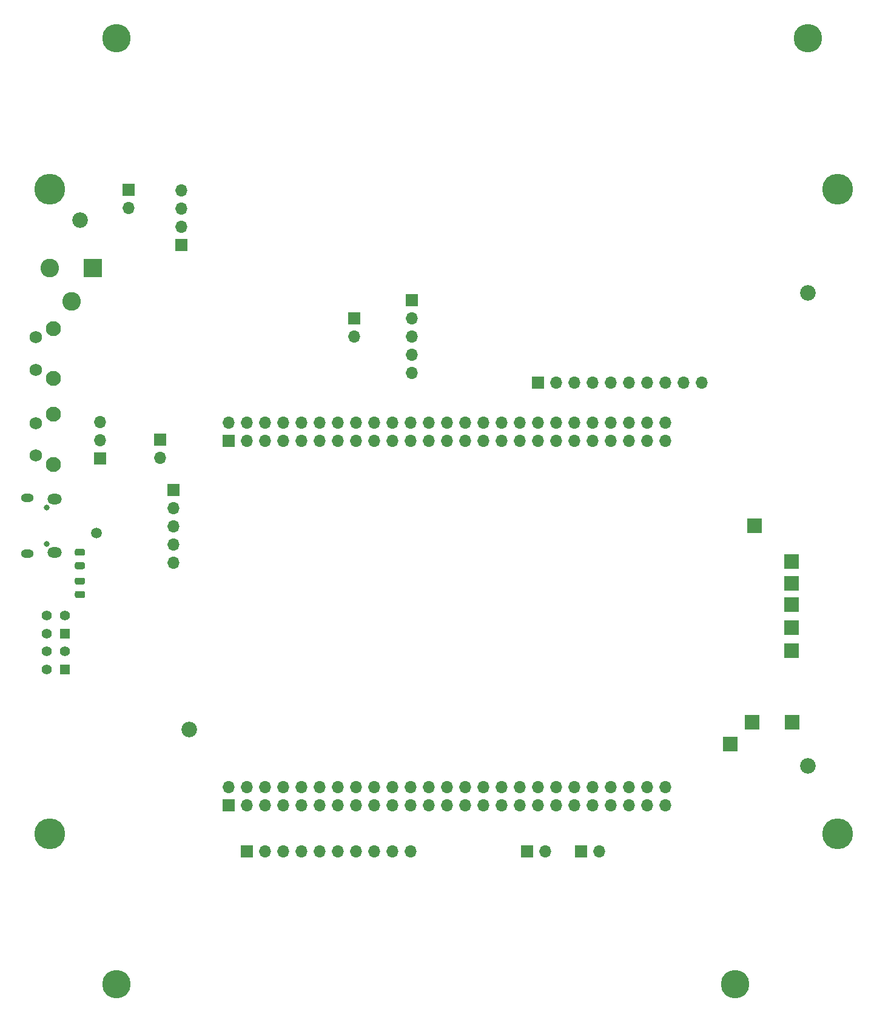
<source format=gbr>
%TF.GenerationSoftware,KiCad,Pcbnew,(5.1.9)-1*%
%TF.CreationDate,2021-03-26T15:36:56-04:00*%
%TF.ProjectId,hd6309sbc_v2c,68643633-3039-4736-9263-5f7632632e6b,1*%
%TF.SameCoordinates,Original*%
%TF.FileFunction,Soldermask,Bot*%
%TF.FilePolarity,Negative*%
%FSLAX46Y46*%
G04 Gerber Fmt 4.6, Leading zero omitted, Abs format (unit mm)*
G04 Created by KiCad (PCBNEW (5.1.9)-1) date 2021-03-26 15:36:56*
%MOMM*%
%LPD*%
G01*
G04 APERTURE LIST*
%ADD10C,2.175000*%
%ADD11C,3.966010*%
%ADD12O,1.700000X1.700000*%
%ADD13R,1.700000X1.700000*%
%ADD14R,2.000000X2.000000*%
%ADD15C,1.408000*%
%ADD16R,1.408000X1.408000*%
%ADD17C,2.600000*%
%ADD18R,2.600000X2.600000*%
%ADD19O,0.800000X0.800000*%
%ADD20O,1.800000X1.150000*%
%ADD21O,2.000000X1.450000*%
%ADD22C,4.300000*%
%ADD23C,1.500000*%
%ADD24C,2.100000*%
%ADD25C,1.750000*%
G04 APERTURE END LIST*
D10*
%TO.C,RS4*%
X74440000Y-130480000D03*
%TD*%
%TO.C,RS1*%
X59200000Y-59360000D03*
%TD*%
%TO.C,RS2*%
X160800000Y-69520000D03*
%TD*%
%TO.C,RS3*%
X160800000Y-135560000D03*
%TD*%
D11*
%TO.C,RL4*%
X64280000Y-166040000D03*
%TD*%
%TO.C,RL3*%
X150640000Y-166040000D03*
%TD*%
%TO.C,RL2*%
X160800000Y-33960000D03*
%TD*%
%TO.C,RL1*%
X64280000Y-33960000D03*
%TD*%
D12*
%TO.C,J15*%
X72300000Y-107160000D03*
X72300000Y-104620000D03*
X72300000Y-102080000D03*
X72300000Y-99540000D03*
D13*
X72300000Y-97000000D03*
%TD*%
D12*
%TO.C,J11*%
X97500000Y-75540000D03*
D13*
X97500000Y-73000000D03*
%TD*%
D12*
%TO.C,J2*%
X146020000Y-82000000D03*
X143480000Y-82000000D03*
X140940000Y-82000000D03*
X138400000Y-82000000D03*
X135860000Y-82000000D03*
X133320000Y-82000000D03*
X130780000Y-82000000D03*
X128240000Y-82000000D03*
X125700000Y-82000000D03*
D13*
X123160000Y-82000000D03*
%TD*%
D12*
%TO.C,J1*%
X105360000Y-147500000D03*
X102820000Y-147500000D03*
X100280000Y-147500000D03*
X97740000Y-147500000D03*
X95200000Y-147500000D03*
X92660000Y-147500000D03*
X90120000Y-147500000D03*
X87580000Y-147500000D03*
X85040000Y-147500000D03*
D13*
X82500000Y-147500000D03*
%TD*%
D12*
%TO.C,J13*%
X131700000Y-147500000D03*
D13*
X129160000Y-147500000D03*
%TD*%
D12*
%TO.C,J12*%
X124140000Y-147500000D03*
D13*
X121600000Y-147500000D03*
%TD*%
D14*
%TO.C,TP8*%
X158600000Y-129400000D03*
%TD*%
D12*
%TO.C,J10*%
X105500000Y-80660000D03*
X105500000Y-78120000D03*
X105500000Y-75580000D03*
X105500000Y-73040000D03*
D13*
X105500000Y-70500000D03*
%TD*%
D12*
%TO.C,QM2*%
X140960000Y-87620000D03*
X140960000Y-90160000D03*
X138420000Y-87620000D03*
X138420000Y-90160000D03*
X135880000Y-87620000D03*
X135880000Y-90160000D03*
X133340000Y-87620000D03*
X133340000Y-90160000D03*
X130800000Y-87620000D03*
X130800000Y-90160000D03*
X128260000Y-87620000D03*
X128260000Y-90160000D03*
X125720000Y-87620000D03*
X125720000Y-90160000D03*
X123180000Y-87620000D03*
X123180000Y-90160000D03*
X120640000Y-87620000D03*
X120640000Y-90160000D03*
X118100000Y-87620000D03*
X118100000Y-90160000D03*
X115560000Y-87620000D03*
X115560000Y-90160000D03*
X113020000Y-87620000D03*
X113020000Y-90160000D03*
X110480000Y-87620000D03*
X110480000Y-90160000D03*
X107940000Y-87620000D03*
X107940000Y-90160000D03*
X105400000Y-87620000D03*
X105400000Y-90160000D03*
X102860000Y-87620000D03*
X102860000Y-90160000D03*
X100320000Y-87620000D03*
X100320000Y-90160000D03*
X97780000Y-87620000D03*
X97780000Y-90160000D03*
X95240000Y-87620000D03*
X95240000Y-90160000D03*
X92700000Y-87620000D03*
X92700000Y-90160000D03*
X90160000Y-87620000D03*
X90160000Y-90160000D03*
X87620000Y-87620000D03*
X87620000Y-90160000D03*
X85080000Y-87620000D03*
X85080000Y-90160000D03*
X82540000Y-87620000D03*
X82540000Y-90160000D03*
X80000000Y-87620000D03*
D13*
X80000000Y-90160000D03*
%TD*%
D15*
%TO.C,D2*%
X57115000Y-114530000D03*
X54575000Y-117070000D03*
X54575000Y-114530000D03*
D16*
X57115000Y-117070000D03*
%TD*%
D12*
%TO.C,QM1*%
X140960000Y-138460000D03*
X140960000Y-141000000D03*
X138420000Y-138460000D03*
X138420000Y-141000000D03*
X135880000Y-138460000D03*
X135880000Y-141000000D03*
X133340000Y-138460000D03*
X133340000Y-141000000D03*
X130800000Y-138460000D03*
X130800000Y-141000000D03*
X128260000Y-138460000D03*
X128260000Y-141000000D03*
X125720000Y-138460000D03*
X125720000Y-141000000D03*
X123180000Y-138460000D03*
X123180000Y-141000000D03*
X120640000Y-138460000D03*
X120640000Y-141000000D03*
X118100000Y-138460000D03*
X118100000Y-141000000D03*
X115560000Y-138460000D03*
X115560000Y-141000000D03*
X113020000Y-138460000D03*
X113020000Y-141000000D03*
X110480000Y-138460000D03*
X110480000Y-141000000D03*
X107940000Y-138460000D03*
X107940000Y-141000000D03*
X105400000Y-138460000D03*
X105400000Y-141000000D03*
X102860000Y-138460000D03*
X102860000Y-141000000D03*
X100320000Y-138460000D03*
X100320000Y-141000000D03*
X97780000Y-138460000D03*
X97780000Y-141000000D03*
X95240000Y-138460000D03*
X95240000Y-141000000D03*
X92700000Y-138460000D03*
X92700000Y-141000000D03*
X90160000Y-138460000D03*
X90160000Y-141000000D03*
X87620000Y-138460000D03*
X87620000Y-141000000D03*
X85080000Y-138460000D03*
X85080000Y-141000000D03*
X82540000Y-138460000D03*
X82540000Y-141000000D03*
X80000000Y-138460000D03*
D13*
X80000000Y-141000000D03*
%TD*%
D14*
%TO.C,TP7*%
X158500000Y-116200000D03*
%TD*%
D12*
%TO.C,J8*%
X70400000Y-92540000D03*
D13*
X70400000Y-90000000D03*
%TD*%
D14*
%TO.C,TP15*%
X153400000Y-102000000D03*
%TD*%
%TO.C,TP14*%
X158500000Y-110000000D03*
%TD*%
%TO.C,TP13*%
X153000000Y-129400000D03*
%TD*%
%TO.C,TP12*%
X150000000Y-132500000D03*
%TD*%
%TO.C,TP11*%
X158500000Y-113000000D03*
%TD*%
%TO.C,TP2*%
X158500000Y-107000000D03*
%TD*%
%TO.C,TP1*%
X158500000Y-119400000D03*
%TD*%
D12*
%TO.C,J9*%
X66000000Y-57640000D03*
D13*
X66000000Y-55100000D03*
%TD*%
D17*
%TO.C,J3*%
X58000000Y-70700000D03*
X55000000Y-66000000D03*
D18*
X61000000Y-66000000D03*
%TD*%
D19*
%TO.C,J4*%
X54600000Y-104500000D03*
X54600000Y-99500000D03*
D20*
X51850000Y-105875000D03*
X51850000Y-98125000D03*
D21*
X55650000Y-105725000D03*
X55650000Y-98275000D03*
%TD*%
%TO.C,C28*%
G36*
G01*
X58743750Y-107087500D02*
X59656250Y-107087500D01*
G75*
G02*
X59900000Y-107331250I0J-243750D01*
G01*
X59900000Y-107818750D01*
G75*
G02*
X59656250Y-108062500I-243750J0D01*
G01*
X58743750Y-108062500D01*
G75*
G02*
X58500000Y-107818750I0J243750D01*
G01*
X58500000Y-107331250D01*
G75*
G02*
X58743750Y-107087500I243750J0D01*
G01*
G37*
G36*
G01*
X58743750Y-105212500D02*
X59656250Y-105212500D01*
G75*
G02*
X59900000Y-105456250I0J-243750D01*
G01*
X59900000Y-105943750D01*
G75*
G02*
X59656250Y-106187500I-243750J0D01*
G01*
X58743750Y-106187500D01*
G75*
G02*
X58500000Y-105943750I0J243750D01*
G01*
X58500000Y-105456250D01*
G75*
G02*
X58743750Y-105212500I243750J0D01*
G01*
G37*
%TD*%
%TO.C,R28*%
G36*
G01*
X58743750Y-111112500D02*
X59656250Y-111112500D01*
G75*
G02*
X59900000Y-111356250I0J-243750D01*
G01*
X59900000Y-111843750D01*
G75*
G02*
X59656250Y-112087500I-243750J0D01*
G01*
X58743750Y-112087500D01*
G75*
G02*
X58500000Y-111843750I0J243750D01*
G01*
X58500000Y-111356250D01*
G75*
G02*
X58743750Y-111112500I243750J0D01*
G01*
G37*
G36*
G01*
X58743750Y-109237500D02*
X59656250Y-109237500D01*
G75*
G02*
X59900000Y-109481250I0J-243750D01*
G01*
X59900000Y-109968750D01*
G75*
G02*
X59656250Y-110212500I-243750J0D01*
G01*
X58743750Y-110212500D01*
G75*
G02*
X58500000Y-109968750I0J243750D01*
G01*
X58500000Y-109481250D01*
G75*
G02*
X58743750Y-109237500I243750J0D01*
G01*
G37*
%TD*%
D15*
%TO.C,D1*%
X57115000Y-119530000D03*
X54575000Y-122070000D03*
X54575000Y-119530000D03*
D16*
X57115000Y-122070000D03*
%TD*%
D22*
%TO.C,H1*%
X55000000Y-55000000D03*
%TD*%
%TO.C,H2*%
X55000000Y-145000000D03*
%TD*%
%TO.C,H3*%
X165000000Y-55000000D03*
%TD*%
%TO.C,H4*%
X165000000Y-145000000D03*
%TD*%
D13*
%TO.C,J7*%
X73400000Y-62800000D03*
D12*
X73400000Y-60260000D03*
X73400000Y-57720000D03*
X73400000Y-55180000D03*
%TD*%
%TO.C,JP3*%
X62000000Y-87520000D03*
X62000000Y-90060000D03*
D13*
X62000000Y-92600000D03*
%TD*%
D23*
%TO.C,TP3*%
X61500000Y-103000000D03*
%TD*%
D24*
%TO.C,SW1*%
X55490000Y-81450000D03*
D25*
X53000000Y-80200000D03*
X53000000Y-75700000D03*
D24*
X55490000Y-74440000D03*
%TD*%
%TO.C,SW2*%
X55490000Y-86440000D03*
D25*
X53000000Y-87700000D03*
X53000000Y-92200000D03*
D24*
X55490000Y-93450000D03*
%TD*%
M02*

</source>
